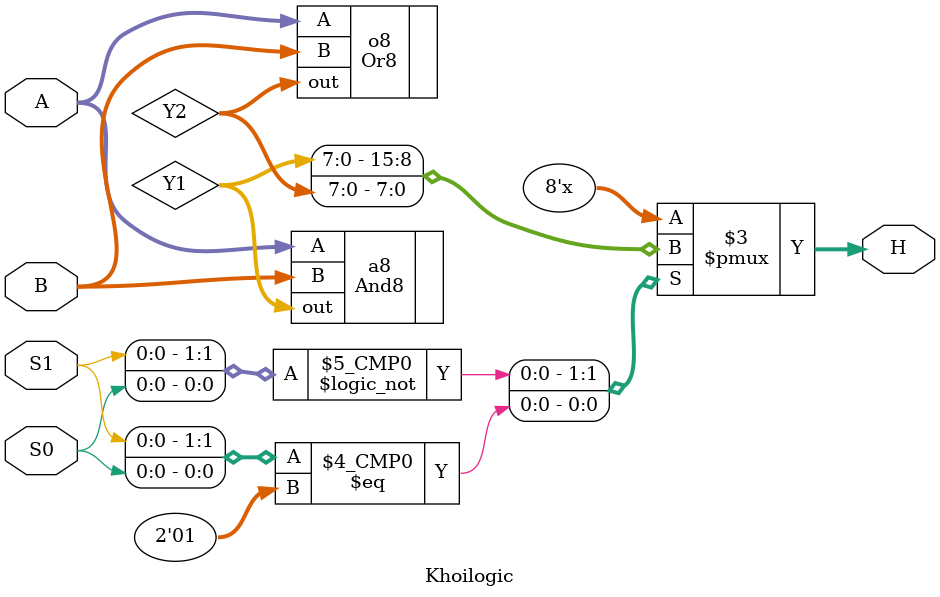
<source format=v>
`timescale 1ns / 1ps


    module Khoilogic( input wire[7:0] A,B, input S1,S0, output reg [7:0]H );
        wire [7:0]Y1,Y2;
        // g?i module con b?ng phýõng pháp theo tên 
        And8 a8(.A(A),.B(B),.out(Y1));
        Or8 o8(.A(A),.B(B),.out(Y2));
        // dung hàm always l?a ch?n ng? ra c?a kh?i
        always @(*) begin
        case({S1,S0}) 
          2'b00: H=Y1;
          2'b01: H=Y2;
         endcase
        end
     endmodule

</source>
